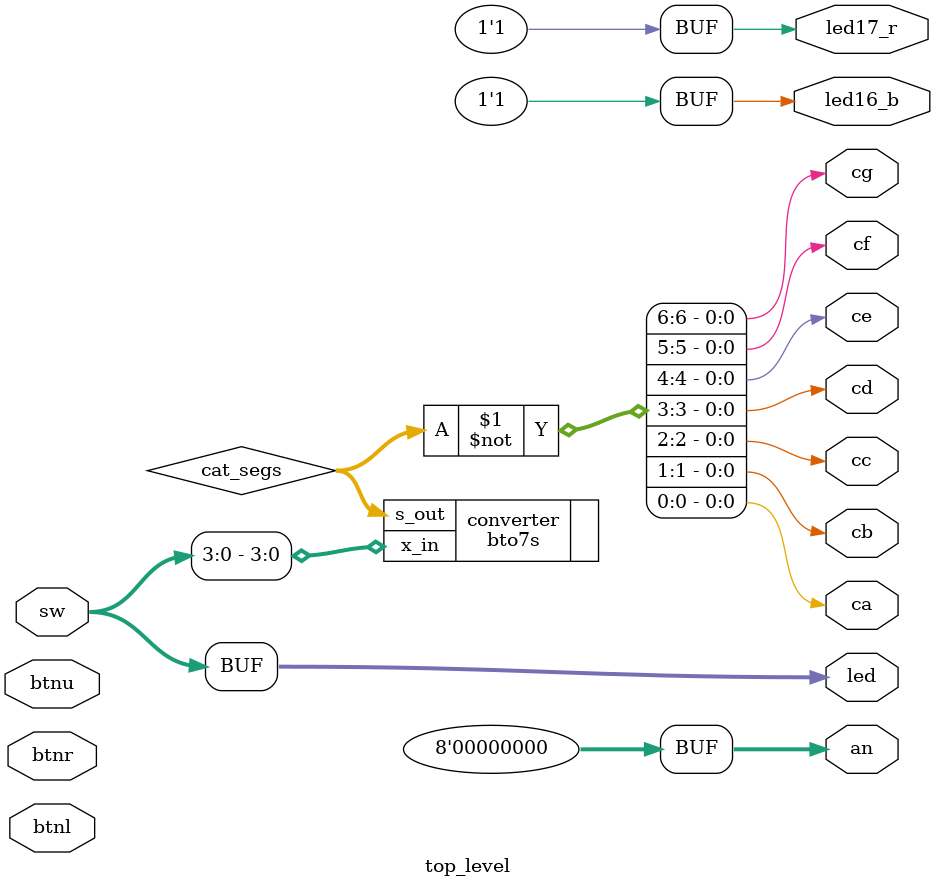
<source format=sv>
`default_nettype none

module top_level(
        input wire [15:0]     sw,
        input wire            btnl,
        input wire            btnu,
        input wire            btnr,

        output logic[15:0]    led,
        output logic          led17_r,
        output logic          led16_b,
        output logic [7:0]    an,
        output logic          ca,cb,cc,cd,ce,cf,cg);

  logic [6:0] cat_segs;

  // instantiate a bto7s module called 'converter'
  bto7s converter(.x_in(sw[3:0]), .s_out(cat_segs));

  // a typo...keep this here for moment
  assign {cg,cf,ce,cd,cc,cb,ca} = ~cat_segs;
  assign an = 8'b0;

  /* we'll use the LEDs later...for now, just link them to the switches
   * and force some lights on
   */

  assign led = sw;
  assign led17_r = 1'b1;
  assign led16_b = 1'b1;

endmodule // top_level
/* I usually add a comment to associate my endmodule line with the module name
 * this helps when if you have multiple module definitions in a file
 */

// reset the default net type to wire, sometimes other code expects this.
`default_nettype wire
</source>
